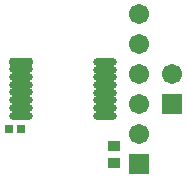
<source format=gts>
G04*
G04 #@! TF.GenerationSoftware,Altium Limited,Altium Designer,19.1.5 (86)*
G04*
G04 Layer_Color=8388736*
%FSLAX25Y25*%
%MOIN*%
G70*
G01*
G75*
%ADD18O,0.07800X0.02700*%
G04:AMPARAMS|DCode=19|XSize=27mil|YSize=78mil|CornerRadius=8.75mil|HoleSize=0mil|Usage=FLASHONLY|Rotation=270.000|XOffset=0mil|YOffset=0mil|HoleType=Round|Shape=RoundedRectangle|*
%AMROUNDEDRECTD19*
21,1,0.02700,0.06050,0,0,270.0*
21,1,0.00950,0.07800,0,0,270.0*
1,1,0.01750,-0.03025,-0.00475*
1,1,0.01750,-0.03025,0.00475*
1,1,0.01750,0.03025,0.00475*
1,1,0.01750,0.03025,-0.00475*
%
%ADD19ROUNDEDRECTD19*%
%ADD20R,0.04300X0.03800*%
%ADD21R,0.03000X0.03000*%
%ADD22C,0.06706*%
%ADD23R,0.06706X0.06706*%
D18*
X-13850Y-8946D02*
D03*
X13850Y8946D02*
D03*
Y-1290D02*
D03*
X-13850Y1290D02*
D03*
X13850Y6387D02*
D03*
Y3828D02*
D03*
X-13850Y6408D02*
D03*
Y-3828D02*
D03*
Y-6387D02*
D03*
Y3849D02*
D03*
X13850Y1269D02*
D03*
X-13850Y-1269D02*
D03*
X13850Y-8967D02*
D03*
Y-6408D02*
D03*
Y-3849D02*
D03*
D19*
X-13850Y8967D02*
D03*
D20*
X17000Y-24900D02*
D03*
Y-19100D02*
D03*
D21*
X-18000Y-13500D02*
D03*
X-14000D02*
D03*
D22*
X36500Y5000D02*
D03*
X25500Y-15000D02*
D03*
Y-5000D02*
D03*
Y5000D02*
D03*
Y15000D02*
D03*
Y25000D02*
D03*
D23*
X36500Y-5000D02*
D03*
X25500Y-25000D02*
D03*
M02*

</source>
